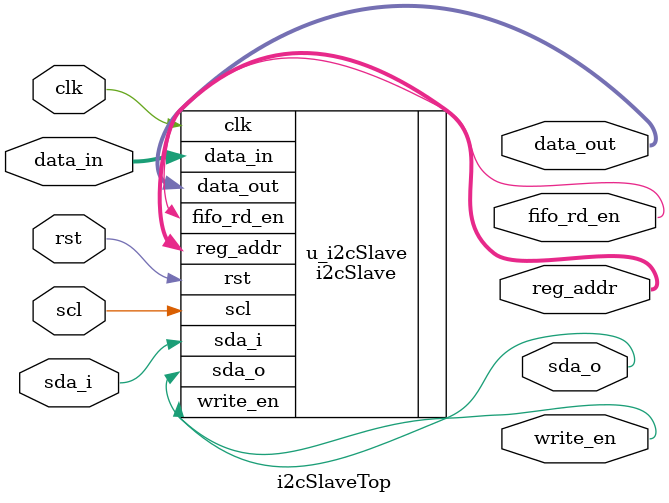
<source format=v>
`include "i2cSlave_define.v"


module i2cSlaveTop (
  clk,
  rst,
  sda_i,
  sda_o,
  scl,
  reg_addr,
  data_out,
  write_en,
  data_in,
  fifo_rd_en
);
input clk;
input rst;
input sda_i;
output sda_o;
input scl;
output [7:0] reg_addr; 
output [7:0] data_out; 
input  [7:0] data_in; 
output write_en,fifo_rd_en; 


i2cSlave u_i2cSlave(
  .clk(clk),
  .rst(rst),
  .sda_i(sda_i),
  .sda_o(sda_o),
  .scl(scl),
  .reg_addr(reg_addr),
  .data_out(data_out),
  .write_en(write_en),
  .data_in(data_in),
  .fifo_rd_en(fifo_rd_en)
);


endmodule


 

</source>
